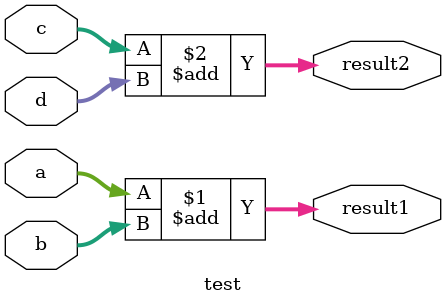
<source format=v>
 module test (
  
	input  [4:0] a,b,
	input  [4:0] c,d,
	output  [5:0] result1,
	output  [5:0] result2
);

assign result1=a+b ;
assign result2=c+d ; 

 endmodule 

</source>
